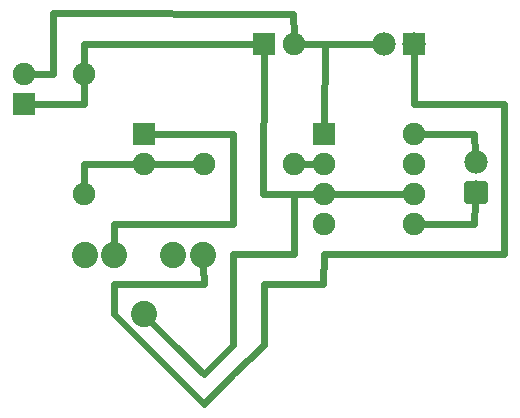
<source format=gtl>
G04 MADE WITH FRITZING*
G04 WWW.FRITZING.ORG*
G04 DOUBLE SIDED*
G04 HOLES PLATED*
G04 CONTOUR ON CENTER OF CONTOUR VECTOR*
%ASAXBY*%
%FSLAX23Y23*%
%MOIN*%
%OFA0B0*%
%SFA1.0B1.0*%
%ADD10C,0.075000*%
%ADD11C,0.087695*%
%ADD12C,0.087722*%
%ADD13C,0.078000*%
%ADD14R,0.075000X0.075000*%
%ADD15R,0.078000X0.078000*%
%ADD16C,0.024000*%
%ADD17C,0.020000*%
%LNCOPPER1*%
G90*
G70*
G54D10*
X1217Y1204D03*
X1517Y1204D03*
X1217Y1104D03*
X1517Y1104D03*
X1217Y1004D03*
X1517Y1004D03*
X1217Y904D03*
X1517Y904D03*
G54D11*
X617Y604D03*
G54D12*
X420Y800D03*
X519Y800D03*
G54D11*
X715Y800D03*
G54D12*
X814Y800D03*
G54D13*
X1725Y1009D03*
X1725Y1109D03*
G54D10*
X217Y1304D03*
X217Y1404D03*
X1017Y1504D03*
X1117Y1504D03*
X617Y1204D03*
X617Y1104D03*
X417Y1004D03*
X417Y1404D03*
X817Y1104D03*
X1117Y1104D03*
G54D13*
X1517Y1504D03*
X1417Y1504D03*
G54D14*
X1217Y1204D03*
X217Y1304D03*
X1017Y1504D03*
X617Y1204D03*
G54D15*
X1517Y1504D03*
G54D16*
X1717Y1004D02*
X1725Y1009D01*
D02*
X1218Y1232D02*
X1223Y1504D01*
D02*
X1188Y1003D02*
X1118Y1002D01*
D02*
X1118Y1002D02*
X1118Y905D01*
D02*
X915Y802D02*
X915Y501D01*
D02*
X1117Y1532D02*
X1116Y1603D01*
D02*
X1116Y1603D02*
X316Y1606D01*
D02*
X316Y1606D02*
X316Y1403D01*
D02*
X1488Y1004D02*
X1246Y1004D01*
D02*
X1717Y905D02*
X1546Y904D01*
D02*
X1722Y979D02*
X1717Y905D01*
D02*
X1717Y1205D02*
X1546Y1204D01*
D02*
X1722Y1139D02*
X1717Y1205D01*
D02*
X1223Y1504D02*
X1146Y1504D01*
D02*
X418Y1302D02*
X417Y1375D01*
D02*
X316Y1302D02*
X418Y1302D01*
D02*
X246Y1303D02*
X316Y1302D01*
D02*
X418Y1104D02*
X417Y1032D01*
D02*
X588Y1104D02*
X418Y1104D01*
D02*
X1118Y1002D02*
X1016Y1002D01*
D02*
X1016Y1002D02*
X1017Y1475D01*
D02*
X1119Y802D02*
X915Y802D01*
D02*
X1118Y905D02*
X1119Y802D01*
D02*
X1188Y1104D02*
X1146Y1104D01*
D02*
X646Y1104D02*
X788Y1104D01*
D02*
X915Y1205D02*
X915Y905D01*
D02*
X915Y905D02*
X519Y905D01*
D02*
X646Y1204D02*
X915Y1205D01*
D02*
X519Y905D02*
X519Y838D01*
D02*
X418Y1504D02*
X417Y1432D01*
D02*
X988Y1504D02*
X418Y1504D01*
D02*
X316Y1403D02*
X246Y1403D01*
D02*
X1223Y1504D02*
X1387Y1504D01*
D02*
X819Y302D02*
X915Y404D01*
D02*
X915Y404D02*
X1017Y501D01*
D02*
X717Y404D02*
X819Y302D01*
D02*
X1017Y501D02*
X1017Y705D01*
D02*
X1017Y705D02*
X1216Y705D01*
D02*
X1518Y1302D02*
X1517Y1474D01*
D02*
X1818Y1302D02*
X1518Y1302D01*
D02*
X818Y703D02*
X519Y703D01*
D02*
X815Y763D02*
X818Y703D01*
D02*
X518Y603D02*
X717Y404D01*
D02*
X519Y703D02*
X518Y603D01*
D02*
X1219Y804D02*
X1818Y804D01*
D02*
X1818Y804D02*
X1818Y1302D01*
D02*
X1216Y705D02*
X1219Y804D01*
D02*
X717Y501D02*
X643Y577D01*
D02*
X819Y404D02*
X717Y501D01*
D02*
X915Y501D02*
X819Y404D01*
G54D17*
X1696Y980D02*
X1696Y1038D01*
X1754Y1038D01*
X1754Y980D01*
X1696Y980D01*
D02*
G04 End of Copper1*
M02*
</source>
